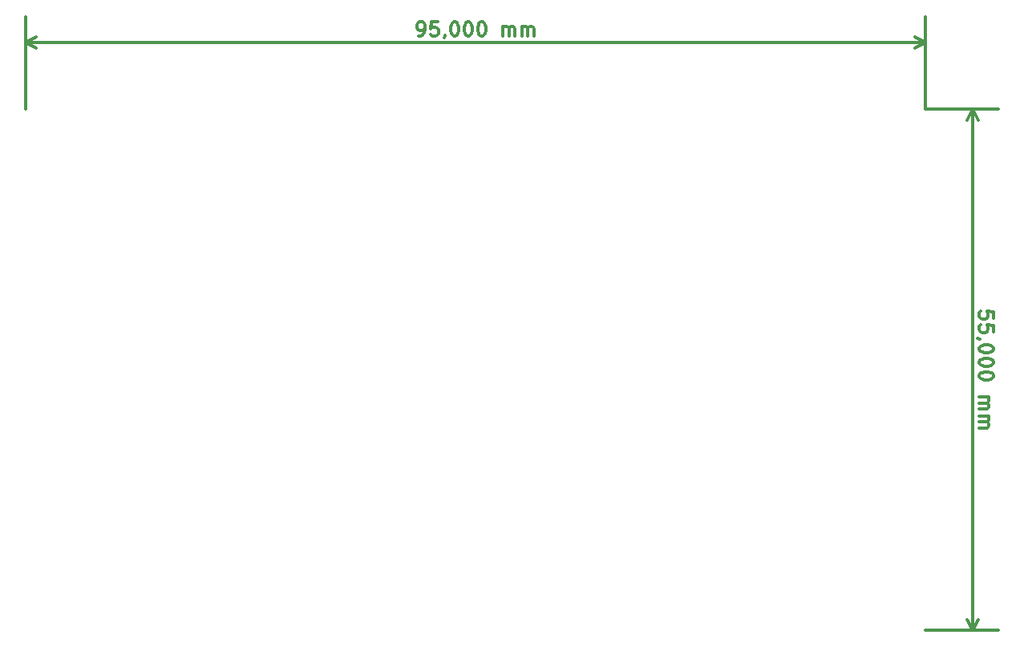
<source format=gbr>
G04 #@! TF.GenerationSoftware,KiCad,Pcbnew,no-vcs-found-104b606~61~ubuntu16.04.1*
G04 #@! TF.CreationDate,2018-02-16T14:36:21-05:00*
G04 #@! TF.ProjectId,D21_2550,4432315F323535302E6B696361645F70,rev?*
G04 #@! TF.SameCoordinates,Original*
G04 #@! TF.FileFunction,Other,ECO2*
%FSLAX46Y46*%
G04 Gerber Fmt 4.6, Leading zero omitted, Abs format (unit mm)*
G04 Created by KiCad (PCBNEW no-vcs-found-104b606~61~ubuntu16.04.1) date Fri Feb 16 14:36:21 2018*
%MOMM*%
%LPD*%
G01*
G04 APERTURE LIST*
%ADD10C,0.300000*%
G04 APERTURE END LIST*
D10*
X197171428Y-102071428D02*
X197171428Y-101357142D01*
X196457142Y-101285714D01*
X196528571Y-101357142D01*
X196600000Y-101500000D01*
X196600000Y-101857142D01*
X196528571Y-102000000D01*
X196457142Y-102071428D01*
X196314285Y-102142857D01*
X195957142Y-102142857D01*
X195814285Y-102071428D01*
X195742857Y-102000000D01*
X195671428Y-101857142D01*
X195671428Y-101500000D01*
X195742857Y-101357142D01*
X195814285Y-101285714D01*
X197171428Y-103500000D02*
X197171428Y-102785714D01*
X196457142Y-102714285D01*
X196528571Y-102785714D01*
X196600000Y-102928571D01*
X196600000Y-103285714D01*
X196528571Y-103428571D01*
X196457142Y-103500000D01*
X196314285Y-103571428D01*
X195957142Y-103571428D01*
X195814285Y-103500000D01*
X195742857Y-103428571D01*
X195671428Y-103285714D01*
X195671428Y-102928571D01*
X195742857Y-102785714D01*
X195814285Y-102714285D01*
X195742857Y-104285714D02*
X195671428Y-104285714D01*
X195528571Y-104214285D01*
X195457142Y-104142857D01*
X197171428Y-105214285D02*
X197171428Y-105357142D01*
X197100000Y-105500000D01*
X197028571Y-105571428D01*
X196885714Y-105642857D01*
X196600000Y-105714285D01*
X196242857Y-105714285D01*
X195957142Y-105642857D01*
X195814285Y-105571428D01*
X195742857Y-105500000D01*
X195671428Y-105357142D01*
X195671428Y-105214285D01*
X195742857Y-105071428D01*
X195814285Y-105000000D01*
X195957142Y-104928571D01*
X196242857Y-104857142D01*
X196600000Y-104857142D01*
X196885714Y-104928571D01*
X197028571Y-105000000D01*
X197100000Y-105071428D01*
X197171428Y-105214285D01*
X197171428Y-106642857D02*
X197171428Y-106785714D01*
X197100000Y-106928571D01*
X197028571Y-107000000D01*
X196885714Y-107071428D01*
X196600000Y-107142857D01*
X196242857Y-107142857D01*
X195957142Y-107071428D01*
X195814285Y-107000000D01*
X195742857Y-106928571D01*
X195671428Y-106785714D01*
X195671428Y-106642857D01*
X195742857Y-106500000D01*
X195814285Y-106428571D01*
X195957142Y-106357142D01*
X196242857Y-106285714D01*
X196600000Y-106285714D01*
X196885714Y-106357142D01*
X197028571Y-106428571D01*
X197100000Y-106500000D01*
X197171428Y-106642857D01*
X197171428Y-108071428D02*
X197171428Y-108214285D01*
X197100000Y-108357142D01*
X197028571Y-108428571D01*
X196885714Y-108500000D01*
X196600000Y-108571428D01*
X196242857Y-108571428D01*
X195957142Y-108500000D01*
X195814285Y-108428571D01*
X195742857Y-108357142D01*
X195671428Y-108214285D01*
X195671428Y-108071428D01*
X195742857Y-107928571D01*
X195814285Y-107857142D01*
X195957142Y-107785714D01*
X196242857Y-107714285D01*
X196600000Y-107714285D01*
X196885714Y-107785714D01*
X197028571Y-107857142D01*
X197100000Y-107928571D01*
X197171428Y-108071428D01*
X195671428Y-110357142D02*
X196671428Y-110357142D01*
X196528571Y-110357142D02*
X196600000Y-110428571D01*
X196671428Y-110571428D01*
X196671428Y-110785714D01*
X196600000Y-110928571D01*
X196457142Y-111000000D01*
X195671428Y-111000000D01*
X196457142Y-111000000D02*
X196600000Y-111071428D01*
X196671428Y-111214285D01*
X196671428Y-111428571D01*
X196600000Y-111571428D01*
X196457142Y-111642857D01*
X195671428Y-111642857D01*
X195671428Y-112357142D02*
X196671428Y-112357142D01*
X196528571Y-112357142D02*
X196600000Y-112428571D01*
X196671428Y-112571428D01*
X196671428Y-112785714D01*
X196600000Y-112928571D01*
X196457142Y-113000000D01*
X195671428Y-113000000D01*
X196457142Y-113000000D02*
X196600000Y-113071428D01*
X196671428Y-113214285D01*
X196671428Y-113428571D01*
X196600000Y-113571428D01*
X196457142Y-113642857D01*
X195671428Y-113642857D01*
X195000000Y-80000000D02*
X195000000Y-135000000D01*
X190000000Y-80000000D02*
X197700000Y-80000000D01*
X190000000Y-135000000D02*
X197700000Y-135000000D01*
X195000000Y-135000000D02*
X194413579Y-133873496D01*
X195000000Y-135000000D02*
X195586421Y-133873496D01*
X195000000Y-80000000D02*
X194413579Y-81126504D01*
X195000000Y-80000000D02*
X195586421Y-81126504D01*
X136428571Y-72257504D02*
X136714285Y-72257504D01*
X136857142Y-72186075D01*
X136928571Y-72114647D01*
X137071428Y-71900361D01*
X137142857Y-71614647D01*
X137142857Y-71043218D01*
X137071428Y-70900361D01*
X137000000Y-70828933D01*
X136857142Y-70757504D01*
X136571428Y-70757504D01*
X136428571Y-70828933D01*
X136357142Y-70900361D01*
X136285714Y-71043218D01*
X136285714Y-71400361D01*
X136357142Y-71543218D01*
X136428571Y-71614647D01*
X136571428Y-71686075D01*
X136857142Y-71686075D01*
X137000000Y-71614647D01*
X137071428Y-71543218D01*
X137142857Y-71400361D01*
X138500000Y-70757504D02*
X137785714Y-70757504D01*
X137714285Y-71471790D01*
X137785714Y-71400361D01*
X137928571Y-71328933D01*
X138285714Y-71328933D01*
X138428571Y-71400361D01*
X138500000Y-71471790D01*
X138571428Y-71614647D01*
X138571428Y-71971790D01*
X138500000Y-72114647D01*
X138428571Y-72186075D01*
X138285714Y-72257504D01*
X137928571Y-72257504D01*
X137785714Y-72186075D01*
X137714285Y-72114647D01*
X139285714Y-72186075D02*
X139285714Y-72257504D01*
X139214285Y-72400361D01*
X139142857Y-72471790D01*
X140214285Y-70757504D02*
X140357142Y-70757504D01*
X140500000Y-70828933D01*
X140571428Y-70900361D01*
X140642857Y-71043218D01*
X140714285Y-71328933D01*
X140714285Y-71686075D01*
X140642857Y-71971790D01*
X140571428Y-72114647D01*
X140500000Y-72186075D01*
X140357142Y-72257504D01*
X140214285Y-72257504D01*
X140071428Y-72186075D01*
X140000000Y-72114647D01*
X139928571Y-71971790D01*
X139857142Y-71686075D01*
X139857142Y-71328933D01*
X139928571Y-71043218D01*
X140000000Y-70900361D01*
X140071428Y-70828933D01*
X140214285Y-70757504D01*
X141642857Y-70757504D02*
X141785714Y-70757504D01*
X141928571Y-70828933D01*
X142000000Y-70900361D01*
X142071428Y-71043218D01*
X142142857Y-71328933D01*
X142142857Y-71686075D01*
X142071428Y-71971790D01*
X142000000Y-72114647D01*
X141928571Y-72186075D01*
X141785714Y-72257504D01*
X141642857Y-72257504D01*
X141500000Y-72186075D01*
X141428571Y-72114647D01*
X141357142Y-71971790D01*
X141285714Y-71686075D01*
X141285714Y-71328933D01*
X141357142Y-71043218D01*
X141428571Y-70900361D01*
X141500000Y-70828933D01*
X141642857Y-70757504D01*
X143071428Y-70757504D02*
X143214285Y-70757504D01*
X143357142Y-70828933D01*
X143428571Y-70900361D01*
X143500000Y-71043218D01*
X143571428Y-71328933D01*
X143571428Y-71686075D01*
X143500000Y-71971790D01*
X143428571Y-72114647D01*
X143357142Y-72186075D01*
X143214285Y-72257504D01*
X143071428Y-72257504D01*
X142928571Y-72186075D01*
X142857142Y-72114647D01*
X142785714Y-71971790D01*
X142714285Y-71686075D01*
X142714285Y-71328933D01*
X142785714Y-71043218D01*
X142857142Y-70900361D01*
X142928571Y-70828933D01*
X143071428Y-70757504D01*
X145357142Y-72257504D02*
X145357142Y-71257504D01*
X145357142Y-71400361D02*
X145428571Y-71328933D01*
X145571428Y-71257504D01*
X145785714Y-71257504D01*
X145928571Y-71328933D01*
X146000000Y-71471790D01*
X146000000Y-72257504D01*
X146000000Y-71471790D02*
X146071428Y-71328933D01*
X146214285Y-71257504D01*
X146428571Y-71257504D01*
X146571428Y-71328933D01*
X146642857Y-71471790D01*
X146642857Y-72257504D01*
X147357142Y-72257504D02*
X147357142Y-71257504D01*
X147357142Y-71400361D02*
X147428571Y-71328933D01*
X147571428Y-71257504D01*
X147785714Y-71257504D01*
X147928571Y-71328933D01*
X148000000Y-71471790D01*
X148000000Y-72257504D01*
X148000000Y-71471790D02*
X148071428Y-71328933D01*
X148214285Y-71257504D01*
X148428571Y-71257504D01*
X148571428Y-71328933D01*
X148642857Y-71471790D01*
X148642857Y-72257504D01*
X95000000Y-72928933D02*
X190000000Y-72928933D01*
X95000000Y-80000000D02*
X95000000Y-70228933D01*
X190000000Y-80000000D02*
X190000000Y-70228933D01*
X190000000Y-72928933D02*
X188873496Y-73515354D01*
X190000000Y-72928933D02*
X188873496Y-72342512D01*
X95000000Y-72928933D02*
X96126504Y-73515354D01*
X95000000Y-72928933D02*
X96126504Y-72342512D01*
M02*

</source>
